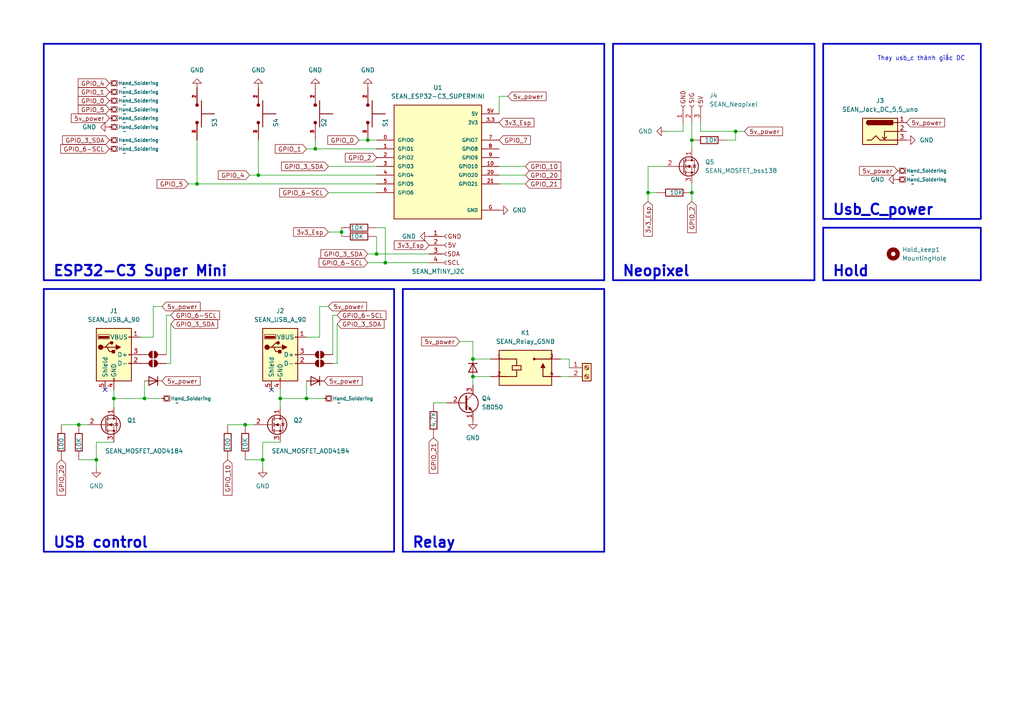
<source format=kicad_sch>
(kicad_sch (version 20231120) (generator "eeschema") (generator_version "8.0")
  (paper "A4")
  (title_block (title "HOMEKIT_TOOL") (date "2024-07-12") (rev "1.1.0"))
  (lib_symbols
    (symbol "Jumper:SolderJumper_2_Open" (pin_numbers hide) (pin_names (offset 0) hide) (exclude_from_sim yes) (in_bom no)
      (property "Reference" "JP" (at 0 2.032 0))
      (property "Value" "SolderJumper_2_Open" (at 0 -2.54 0))
      (symbol "SolderJumper_2_Open_0_1"
        (arc (start -0.254 1.016) (mid -1.2656 0) (end -0.254 -1.016))
        (arc (start -0.254 1.016) (mid -1.2656 0) (end -0.254 -1.016) (fill (type outline)))
        (polyline (pts (xy -0.254 1.016) (xy -0.254 -1.016)))
        (polyline (pts (xy 0.254 1.016) (xy 0.254 -1.016)))
        (arc (start 0.254 -1.016) (mid 1.2656 0) (end 0.254 1.016))
        (arc (start 0.254 -1.016) (mid 1.2656 0) (end 0.254 1.016) (fill (type outline)))
      )
      (symbol "SolderJumper_2_Open_1_1"
        (pin passive line (at -3.81 0 0) (length 2.54) (name "A") (number "1"))
        (pin passive line (at 3.81 0 180) (length 2.54) (name "B") (number "2"))
      )
    )
    (symbol "Library:GND" (power) (pin_numbers hide) (pin_names (offset 0) hide)
      (property "Value" "GND" (at 0 -3.81 0))
      (symbol "GND_0_1"
        (polyline (pts (xy 0 0) (xy 0 -1.27) (xy 1.27 -1.27) (xy 0 -2.54) (xy -1.27 -1.27) (xy 0 -1.27)))
      )
      (symbol "GND_1_1"
        (pin power_in line (at 0 0 270) (length 0) (name "~") (number "1"))
      )
    )
    (symbol "Library:MountingHole" (pin_names (offset 1.016)) (exclude_from_sim yes) (in_bom no)
      (property "Reference" "H" (at 0 5.08 0))
      (property "Value" "MountingHole" (at 0 3.175 0))
      (symbol "MountingHole_0_1"
        (circle (center 0 0) (radius 1.27) (stroke (width 1.27)))
      )
    )
    (symbol "Library:S8050" (pin_names (offset 0) hide)
      (property "Reference" "Q" (at 5.08 1.905 0))
      (property "Value" "S8050" (at 5.08 0 0))
      (symbol "S8050_0_1"
        (polyline (pts (xy 0 0) (xy 0.635 0)))
        (polyline (pts (xy 0.635 0.635) (xy 2.54 2.54)))
        (polyline (pts (xy 0.635 -0.635) (xy 2.54 -2.54) (xy 2.54 -2.54)))
        (polyline (pts (xy 0.635 1.905) (xy 0.635 -1.905) (xy 0.635 -1.905)) (stroke (width 0.508)))
        (polyline (pts (xy 1.27 -1.778) (xy 1.778 -1.27) (xy 2.286 -2.286) (xy 1.27 -1.778) (xy 1.27 -1.778)) (fill (type outline)))
        (circle (center 1.27 0) (radius 2.8194) (stroke (width 0.254)))
      )
      (symbol "S8050_1_1"
        (pin passive line (at 2.54 -5.08 90) (length 2.54) (name "E") (number "1"))
        (pin input line (at -5.08 0 0) (length 5.08) (name "B") (number "2"))
        (pin passive line (at 2.54 5.08 270) (length 2.54) (name "C") (number "3"))
      )
    )
    (symbol "Library:SEAN_Button_4.2x3.3_SMD_V1" (pin_names (offset 1.016))
      (property "Reference" "S" (at -5.08 6.35 0))
      (property "Value" "SEAN_Button_4.2x3.3_SMD_V1" (at -15.24 -5.08 0))
      (symbol "SEAN_Button_4.2x3.3_SMD_V1_0_0"
        (circle (center -2.54 0) (radius 0.254) (stroke (width 0.508)))
        (polyline (pts (xy -3.81 1.27) (xy 0 1.27)) (stroke (width 0.254)))
        (polyline (pts (xy 0 1.27) (xy 0 5.08)) (stroke (width 0.254)))
        (polyline (pts (xy 0 1.27) (xy 3.81 1.27)) (stroke (width 0.254)))
        (circle (center 2.54 0) (radius 0.254) (stroke (width 0.508)))
        (pin passive line (at -7.62 0 0) (length 5.08) (name "~") (number "1"))
        (pin passive line (at -7.62 0 0) (length 5.08) (name "~") (number "2"))
        (pin passive line (at 7.62 0 180) (length 5.08) (name "~") (number "3"))
        (pin passive line (at 7.62 0 180) (length 5.08) (name "~") (number "4"))
      )
    )
    (symbol "Library:SEAN_D" (pin_numbers hide) (pin_names (offset 1.016) hide)
      (property "Reference" "D" (at 0 2.54 0))
      (property "Value" "SEAN_D" (at 0 -2.54 0))
      (symbol "SEAN_D_0_1"
        (polyline (pts (xy -1.27 1.27) (xy -1.27 -1.27)) (stroke (width 0.254)))
        (polyline (pts (xy 1.27 0) (xy -1.27 0)))
        (polyline (pts (xy 1.27 1.27) (xy 1.27 -1.27) (xy -1.27 0) (xy 1.27 1.27)) (stroke (width 0.254)))
      )
      (symbol "SEAN_D_1_1"
        (pin passive line (at -2.54 0 0) (length 2.54) (name "K") (number "1"))
        (pin passive line (at 2.54 0 180) (length 2.54) (name "A") (number "2"))
      )
    )
    (symbol "Library:SEAN_ESP32-C3_SUPERMINI" (pin_names (offset 1.016))
      (property "Reference" "U" (at -12.7 16.002 0))
      (property "Value" "SEAN_ESP32-C3_SUPERMINI" (at -12.7 -20.32 0))
      (symbol "SEAN_ESP32-C3_SUPERMINI_0_0"
        (rectangle (start -12.7 15.24) (end 12.7 -17.78) (stroke (width 0.254)) (fill (type background)))
        (pin bidirectional line (at -17.78 5.08 0) (length 5.08) (name "GPIO0") (number "0"))
        (pin bidirectional line (at -17.78 2.54 0) (length 5.08) (name "GPIO1") (number "1"))
        (pin bidirectional line (at 17.78 -2.54 180) (length 5.08) (name "GPIO10") (number "10"))
        (pin bidirectional line (at -17.78 0 0) (length 5.08) (name "GPIO2") (number "2"))
        (pin bidirectional line (at 17.78 -5.08 180) (length 5.08) (name "GPIO20") (number "20"))
        (pin bidirectional line (at 17.78 -7.62 180) (length 5.08) (name "GPIO21") (number "21"))
        (pin bidirectional line (at -17.78 -2.54 0) (length 5.08) (name "GPIO3") (number "3"))
        (pin power_in line (at 17.78 10.16 180) (length 5.08) (name "3V3") (number "3.3"))
        (pin bidirectional line (at -17.78 -5.08 0) (length 5.08) (name "GPIO4") (number "4"))
        (pin bidirectional line (at -17.78 -7.62 0) (length 5.08) (name "GPIO5") (number "5"))
        (pin power_in line (at 17.78 12.7 180) (length 5.08) (name "5V") (number "5V"))
        (pin bidirectional line (at -17.78 -10.16 0) (length 5.08) (name "GPIO6") (number "6"))
        (pin bidirectional line (at 17.78 5.08 180) (length 5.08) (name "GPIO7") (number "7"))
        (pin bidirectional line (at 17.78 2.54 180) (length 5.08) (name "GPIO8") (number "8"))
        (pin bidirectional line (at 17.78 0 180) (length 5.08) (name "GPIO9") (number "9"))
        (pin power_in line (at 17.78 -15.24 180) (length 5.08) (name "GND") (number "G"))
      )
    )
    (symbol "Library:SEAN_Hand_Solderring"
      (property "Reference" "U" (at 0 1.27 0))
      (symbol "SEAN_Hand_Solderring_0_1"
        (rectangle (start -2.286 0.762) (end -0.508 -0.762))
      )
      (symbol "SEAN_Hand_Solderring_1_1"
        (pin passive inverted (at 0 0 180) (length 2) (name "Hand_Soldering") (number "1"))
      )
    )
    (symbol "Library:SEAN_MOSFET_AOD4184" (pin_names hide)
      (property "Reference" "Q" (at 5.08 1.905 0))
      (property "Value" "SEAN_MOSFET_AOD4184" (at 5.08 0 0))
      (symbol "SEAN_MOSFET_AOD4184_0_1"
        (polyline (pts (xy 0.254 0) (xy -2.54 0)))
        (polyline (pts (xy 0.254 1.905) (xy 0.254 -1.905)) (stroke (width 0.254)))
        (polyline (pts (xy 0.762 -1.27) (xy 0.762 -2.286)) (stroke (width 0.254)))
        (polyline (pts (xy 0.762 0.508) (xy 0.762 -0.508)) (stroke (width 0.254)))
        (polyline (pts (xy 0.762 2.286) (xy 0.762 1.27)) (stroke (width 0.254)))
        (polyline (pts (xy 2.54 2.54) (xy 2.54 1.778)))
        (polyline (pts (xy 2.54 -2.54) (xy 2.54 0) (xy 0.762 0)))
        (polyline (pts (xy 0.762 -1.778) (xy 3.302 -1.778) (xy 3.302 1.778) (xy 0.762 1.778)))
        (polyline (pts (xy 1.016 0) (xy 2.032 0.381) (xy 2.032 -0.381) (xy 1.016 0)) (fill (type outline)))
        (polyline (pts (xy 2.794 0.508) (xy 2.921 0.381) (xy 3.683 0.381) (xy 3.81 0.254)))
        (polyline (pts (xy 3.302 0.381) (xy 2.921 -0.254) (xy 3.683 -0.254) (xy 3.302 0.381)))
        (circle (center 1.651 0) (radius 2.794) (stroke (width 0.254)))
        (circle (center 2.54 -1.778) (radius 0.254) (fill (type outline)))
        (circle (center 2.54 1.778) (radius 0.254) (fill (type outline)))
      )
      (symbol "SEAN_MOSFET_AOD4184_1_1"
        (pin passive line (at 2.54 5.08 270) (length 2.54) (name "D") (number "1"))
        (pin input line (at -5.08 0 0) (length 2.54) (name "G") (number "2"))
        (pin passive line (at 2.54 -5.08 90) (length 2.54) (name "S") (number "3"))
      )
    )
    (symbol "Library:SEAN_MOSFET_bss138" (pin_names hide)
      (property "Reference" "Q" (at 5.08 1.905 0))
      (property "Value" "SEAN_MOSFET_bss138" (at 5.08 0 0))
      (symbol "SEAN_MOSFET_bss138_0_1"
        (polyline (pts (xy 0.254 0) (xy -2.54 0)))
        (polyline (pts (xy 0.254 1.905) (xy 0.254 -1.905)) (stroke (width 0.254)))
        (polyline (pts (xy 0.762 -1.27) (xy 0.762 -2.286)) (stroke (width 0.254)))
        (polyline (pts (xy 0.762 0.508) (xy 0.762 -0.508)) (stroke (width 0.254)))
        (polyline (pts (xy 0.762 2.286) (xy 0.762 1.27)) (stroke (width 0.254)))
        (polyline (pts (xy 2.54 2.54) (xy 2.54 1.778)))
        (polyline (pts (xy 2.54 -2.54) (xy 2.54 0) (xy 0.762 0)))
        (polyline (pts (xy 0.762 -1.778) (xy 3.302 -1.778) (xy 3.302 1.778) (xy 0.762 1.778)))
        (polyline (pts (xy 1.016 0) (xy 2.032 0.381) (xy 2.032 -0.381) (xy 1.016 0)) (fill (type outline)))
        (polyline (pts (xy 2.794 0.508) (xy 2.921 0.381) (xy 3.683 0.381) (xy 3.81 0.254)))
        (polyline (pts (xy 3.302 0.381) (xy 2.921 -0.254) (xy 3.683 -0.254) (xy 3.302 0.381)))
        (circle (center 1.651 0) (radius 2.794) (stroke (width 0.254)))
        (circle (center 2.54 -1.778) (radius 0.254) (fill (type outline)))
        (circle (center 2.54 1.778) (radius 0.254) (fill (type outline)))
      )
      (symbol "SEAN_MOSFET_bss138_1_1"
        (pin passive line (at 2.54 5.08 270) (length 2.54) (name "D") (number "1"))
        (pin input line (at -5.08 0 0) (length 2.54) (name "G") (number "2"))
        (pin passive line (at 2.54 -5.08 90) (length 2.54) (name "S") (number "3"))
      )
    )
    (symbol "Library:SEAN_MTINY_I2C" (pin_names (offset 1.016) hide)
      (property "Reference" "J" (at 0 5.08 0))
      (property "Value" "SEAN_MTINY_I2C" (at 0 -7.62 0))
      (symbol "SEAN_MTINY_I2C_1_1"
        (arc (start 0 -4.572) (mid -0.5058 -5.08) (end 0 -5.588) (stroke (width 0.1524)))
        (arc (start 0 -2.032) (mid -0.5058 -2.54) (end 0 -3.048) (stroke (width 0.1524)))
        (polyline (pts (xy -1.27 -5.08) (xy -0.508 -5.08)) (stroke (width 0.1524)))
        (polyline (pts (xy -1.27 -2.54) (xy -0.508 -2.54)) (stroke (width 0.1524)))
        (polyline (pts (xy -1.27 0) (xy -0.508 0)) (stroke (width 0.1524)))
        (polyline (pts (xy -1.27 2.54) (xy -0.508 2.54)) (stroke (width 0.1524)))
        (arc (start 0 0.508) (mid -0.5058 0) (end 0 -0.508) (stroke (width 0.1524)))
        (arc (start 0 3.048) (mid -0.5058 2.54) (end 0 2.032) (stroke (width 0.1524)))
        (text "5V\n" (at 1.524 0 0) (effects (font (size 1.27 1.27))))
        (text "GND\n" (at 2.286 2.54 0) (effects (font (size 1.27 1.27))))
        (text "SCL" (at 2.032 -5.08 0) (effects (font (size 1.27 1.27))))
        (text "SDA\n" (at 2.032 -2.54 0) (effects (font (size 1.27 1.27))))
        (pin passive line (at -5.08 2.54 0) (length 3.81) (name "GND") (number "1"))
        (pin passive line (at -5.08 0 0) (length 3.81) (name "5V") (number "2"))
        (pin passive line (at -5.08 -2.54 0) (length 3.81) (name "SDA") (number "3"))
        (pin passive line (at -5.08 -5.08 0) (length 3.81) (name "SCL") (number "4"))
      )
    )
    (symbol "Library:SEAN_Mtiny_Terminal_3.81" (pin_names (offset 1.016) hide)
      (property "Reference" "J" (at 0 2.54 0))
      (property "Value" "SEAN_Mtiny_Terminal_3.81" (at 0 -5.08 0))
      (symbol "SEAN_Mtiny_Terminal_3.81_1_1"
        (rectangle (start -1.27 1.27) (end 1.27 -3.81) (stroke (width 0.254)) (fill (type background)))
        (circle (center 0 -2.54) (radius 0.635) (stroke (width 0.1524)))
        (polyline (pts (xy -0.5334 -2.2098) (xy 0.3302 -3.048)) (stroke (width 0.1524)))
        (polyline (pts (xy -0.5334 0.3302) (xy 0.3302 -0.508)) (stroke (width 0.1524)))
        (polyline (pts (xy -0.3556 -2.032) (xy 0.508 -2.8702)) (stroke (width 0.1524)))
        (polyline (pts (xy -0.3556 0.508) (xy 0.508 -0.3302)) (stroke (width 0.1524)))
        (circle (center 0 0) (radius 0.635) (stroke (width 0.1524)))
        (pin passive line (at -5.08 0 0) (length 3.81) (name "Pin_1") (number "1"))
        (pin passive line (at -5.08 -2.54 0) (length 3.81) (name "Pin_2") (number "2"))
      )
    )
    (symbol "Library:SEAN_Neopixel" (pin_names (offset 1.016) hide)
      (property "Reference" "J" (at 0 5.08 0))
      (property "Value" "SEAN_Neopixel" (at -0.254 0.254 0))
      (symbol "SEAN_Neopixel_1_1"
        (arc (start 0 -2.032) (mid -0.5058 -2.54) (end 0 -3.048) (stroke (width 0.1524)))
        (polyline (pts (xy -1.27 -2.54) (xy -0.508 -2.54)) (stroke (width 0.1524)))
        (polyline (pts (xy -1.27 0) (xy -0.508 0)) (stroke (width 0.1524)))
        (polyline (pts (xy -1.27 2.54) (xy -0.508 2.54)) (stroke (width 0.1524)))
        (arc (start 0 0.508) (mid -0.5058 0) (end 0 -0.508) (stroke (width 0.1524)))
        (arc (start 0 3.048) (mid -0.5058 2.54) (end 0 2.032) (stroke (width 0.1524)))
        (text "5V\n" (at 1.524 -2.54 0) (effects (font (size 1.27 1.27))))
        (text "GND\n" (at 2.286 2.54 0) (effects (font (size 1.27 1.27))))
        (text "SIG" (at 2.032 0 0) (effects (font (size 1.27 1.27))))
        (pin passive line (at -5.08 2.54 0) (length 3.81) (name "GND") (number "1"))
        (pin passive line (at -5.08 0 0) (length 3.81) (name "5V") (number "2"))
        (pin passive line (at -5.08 -2.54 0) (length 3.81) (name "SDA") (number "3"))
      )
    )
    (symbol "Library:SEAN_R" (pin_numbers hide) (pin_names (offset 0))
      (property "Reference" "R" (at 0 0 90))
      (property "Value" "R" (at 0 0 90))
      (symbol "SEAN_R_0_1"
        (rectangle (start -1.016 2.54) (end 1.016 -2.54) (stroke (width 0.254)))
      )
      (symbol "SEAN_R_1_1"
        (pin passive line (at 0 5.08 270) (length 2.5) (name "~") (number "1"))
        (pin passive line (at 0 -5.08 90) (length 2.5) (name "~") (number "2"))
      )
    )
    (symbol "Library:SEAN_Relay_G5NB" (pin_names (offset 1.016))
      (property "Reference" "K" (at -7.62 6.35 0))
      (property "Value" "SEAN_Relay_G5NB" (at -7.62 -7.62 0))
      (symbol "SEAN_Relay_G5NB_0_0"
        (rectangle (start -7.62 5.08) (end 7.62 -5.08) (stroke (width 0.254)) (fill (type background)))
        (polyline (pts (xy -7.62 -2.54) (xy -2.54 -2.54)) (stroke (width 0.254)))
        (polyline (pts (xy -7.62 2.54) (xy -2.54 2.54)) (stroke (width 0.254)))
        (polyline (pts (xy -3.81 -0.635) (xy -3.81 0.635)) (stroke (width 0.254)))
        (polyline (pts (xy -3.81 0.635) (xy -2.54 0.635)) (stroke (width 0.254)))
        (polyline (pts (xy -2.54 -0.635) (xy -3.81 -0.635)) (stroke (width 0.254)))
        (polyline (pts (xy -2.54 -0.635) (xy -2.54 -2.54)) (stroke (width 0.254)))
        (polyline (pts (xy -2.54 0.635) (xy -1.27 0.635)) (stroke (width 0.254)))
        (polyline (pts (xy -2.54 2.54) (xy -2.54 0.635)) (stroke (width 0.254)))
        (polyline (pts (xy -1.27 -0.635) (xy -2.54 -0.635)) (stroke (width 0.254)))
        (polyline (pts (xy -1.27 0.635) (xy -1.27 -0.635)) (stroke (width 0.254)))
        (polyline (pts (xy 5.08 -2.54) (xy 5.08 0)) (stroke (width 0.254)))
        (polyline (pts (xy 7.62 -2.54) (xy 5.08 -2.54)) (stroke (width 0.254)))
        (polyline (pts (xy 7.62 2.54) (xy 2.54 2.54)) (stroke (width 0.254)))
        (polyline (pts (xy 4.445 0) (xy 5.715 0) (xy 5.08 1.27) (xy 4.445 0)) (stroke (width 0.1524)) (fill (type outline)))
        (circle (center 2.54 2.54) (radius 0.254) (stroke (width 0.254)))
        (pin passive line (at -10.16 2.54 0) (length 5.08) (name "~") (number "1"))
        (pin passive line (at -10.16 -2.54 0) (length 5.08) (name "~") (number "2"))
        (pin passive line (at 10.16 2.54 180) (length 5.08) (name "~") (number "3"))
        (pin passive line (at 10.16 -2.54 180) (length 5.08) (name "~") (number "4"))
      )
    )
    (symbol "Library:SEAN_USB_A_90" (pin_names (offset 1.016))
      (property "Reference" "J" (at -5.08 11.43 0))
      (property "Value" "SEAN_USB_A_90" (at -5.08 8.89 0))
      (symbol "SEAN_USB_A_90_0_1"
        (rectangle (start -5.08 -7.62) (end 5.08 7.62) (stroke (width 0.254)) (fill (type background)))
        (circle (center -3.81 2.159) (radius 0.635) (stroke (width 0.254)) (fill (type outline)))
        (rectangle (start -1.524 4.826) (end -4.318 5.334) (fill (type outline)))
        (rectangle (start -1.27 4.572) (end -4.572 5.842))
        (circle (center -0.635 3.429) (radius 0.381) (stroke (width 0.254)) (fill (type outline)))
        (rectangle (start -0.127 -7.62) (end 0.127 -6.858))
        (polyline (pts (xy -3.175 2.159) (xy -2.54 2.159) (xy -1.27 3.429) (xy -0.635 3.429)) (stroke (width 0.254)))
        (polyline (pts (xy -2.54 2.159) (xy -1.905 2.159) (xy -1.27 0.889) (xy 0 0.889)) (stroke (width 0.254)))
        (polyline (pts (xy 0.635 2.794) (xy 0.635 1.524) (xy 1.905 2.159) (xy 0.635 2.794)) (stroke (width 0.254)) (fill (type outline)))
        (rectangle (start 0.254 1.27) (end -0.508 0.508) (stroke (width 0.254)) (fill (type outline)))
        (rectangle (start 5.08 -2.667) (end 4.318 -2.413))
        (rectangle (start 5.08 -0.127) (end 4.318 0.127))
        (rectangle (start 5.08 4.953) (end 4.318 5.207))
      )
      (symbol "SEAN_USB_A_90_1_1"
        (polyline (pts (xy -1.905 2.159) (xy 0.635 2.159)) (stroke (width 0.254)))
        (pin power_in line (at 7.62 5.08 180) (length 2.54) (name "VBUS") (number "1"))
        (pin bidirectional line (at 7.62 -2.54 180) (length 2.54) (name "D-") (number "2"))
        (pin bidirectional line (at 7.62 0 180) (length 2.54) (name "D+") (number "3"))
        (pin power_in line (at 0 -10.16 90) (length 2.54) (name "GND") (number "4"))
        (pin passive line (at -2.54 -10.16 90) (length 2.54) (name "Shield") (number "5"))
      )
    )
    (symbol "SEAN_POWER:SEAN_Jack_DC_5,5_uno" (pin_names hide)
      (property "Reference" "J" (at 0 5.334 0))
      (property "Value" "SEAN_Jack_DC_5,5_uno" (at 0 -5.08 0))
      (symbol "SEAN_Jack_DC_5,5_uno_0_1"
        (rectangle (start -5.08 3.81) (end 5.08 -3.81) (stroke (width 0.254)) (fill (type background)))
        (arc (start -3.302 3.175) (mid -3.9343 2.54) (end -3.302 1.905) (stroke (width 0.254)))
        (arc (start -3.302 3.175) (mid -3.9343 2.54) (end -3.302 1.905) (stroke (width 0.254)) (fill (type outline)))
        (polyline (pts (xy 1.27 -2.286) (xy 1.905 -1.651)) (stroke (width 0.254)))
        (polyline (pts (xy 5.08 2.54) (xy 3.81 2.54)) (stroke (width 0.254)))
        (polyline (pts (xy 5.08 0) (xy 1.27 0) (xy 1.27 -2.286) (xy 0.635 -1.651)) (stroke (width 0.254)))
        (polyline (pts (xy -3.81 -2.54) (xy -2.54 -2.54) (xy -1.27 -1.27) (xy 0 -2.54) (xy 2.54 -2.54) (xy 5.08 -2.54)) (stroke (width 0.254)))
        (rectangle (start 3.683 3.175) (end -3.302 1.905) (stroke (width 0.254)) (fill (type outline)))
      )
      (symbol "SEAN_Jack_DC_5,5_uno_1_1"
        (pin passive line (at 7.62 2.54 180) (length 2.54) (name "~") (number "1"))
        (pin passive line (at 7.62 0 180) (length 2.54) (name "~") (number "2"))
        (pin passive line (at 7.62 -2.54 180) (length 2.54) (name "~") (number "3"))
      )
    )
  )
  (junction (at 109.22 73.66))
  (junction (at 200.66 40.64))
  (junction (at 33.02 115.57))
  (junction (at 213.36 38.1))
  (junction (at 71.12 123.19))
  (junction (at 106.68 40.64))
  (junction (at 81.28 115.57))
  (junction (at 41.91 115.57))
  (junction (at 137.16 109.22))
  (junction (at 91.44 43.18))
  (junction (at 74.93 50.8))
  (junction (at 76.2 133.35))
  (junction (at 137.16 104.14))
  (junction (at 99.06 67.31))
  (junction (at 88.9 115.57))
  (junction (at 57.15 53.34))
  (junction (at 111.76 76.2))
  (junction (at 27.94 133.35))
  (junction (at 22.86 123.19))
  (junction (at 187.96 55.88))
  (junction (at 200.66 55.88))
  (no_connect (at 30.48 113.03))
  (no_connect (at 78.74 113.03))
  (wire (pts (xy 92.71 88.9) (xy 92.71 97.79)))
  (wire (pts (xy 72.39 50.8) (xy 74.93 50.8)))
  (wire (pts (xy 137.16 111.76) (xy 137.16 109.22)))
  (wire (pts (xy 33.02 115.57) (xy 41.91 115.57)))
  (wire (pts (xy 88.9 97.79) (xy 92.71 97.79)))
  (wire (pts (xy 200.66 40.64) (xy 200.66 43.18)))
  (wire (pts (xy 91.44 43.18) (xy 109.22 43.18)))
  (wire (pts (xy 95.25 48.26) (xy 109.22 48.26)))
  (wire (pts (xy 210.82 40.64) (xy 213.36 40.64)))
  (wire (pts (xy 96.52 91.44) (xy 96.52 102.87)))
  (wire (pts (xy 27.94 128.27) (xy 33.02 128.27)))
  (wire (pts (xy 111.76 66.04) (xy 111.76 76.2)))
  (wire (pts (xy 97.79 93.98) (xy 97.79 105.41)))
  (wire (pts (xy 33.02 115.57) (xy 33.02 118.11)))
  (wire (pts (xy 95.25 88.9) (xy 92.71 88.9)))
  (wire (pts (xy 81.28 115.57) (xy 88.9 115.57)))
  (wire (pts (xy 133.35 99.06) (xy 137.16 99.06)))
  (wire (pts (xy 152.4 50.8) (xy 144.78 50.8)))
  (wire (pts (xy 71.12 123.19) (xy 73.66 123.19)))
  (wire (pts (xy 97.79 91.44) (xy 96.52 91.44)))
  (wire (pts (xy 187.96 48.26) (xy 193.04 48.26)))
  (wire (pts (xy 187.96 58.42) (xy 187.96 55.88)))
  (wire (pts (xy 54.61 53.34) (xy 57.15 53.34)))
  (wire (pts (xy 81.28 113.03) (xy 81.28 115.57)))
  (wire (pts (xy 76.2 133.35) (xy 76.2 128.27)))
  (wire (pts (xy 22.86 133.35) (xy 27.94 133.35)))
  (wire (pts (xy 152.4 48.26) (xy 144.78 48.26)))
  (wire (pts (xy 76.2 128.27) (xy 81.28 128.27)))
  (wire (pts (xy 33.02 113.03) (xy 33.02 115.57)))
  (wire (pts (xy 99.06 66.04) (xy 99.06 67.31)))
  (wire (pts (xy 187.96 55.88) (xy 190.5 55.88)))
  (wire (pts (xy 88.9 115.57) (xy 93.98 115.57)))
  (wire (pts (xy 44.45 97.79) (xy 40.64 97.79)))
  (wire (pts (xy 106.68 40.64) (xy 109.22 40.64)))
  (wire (pts (xy 49.53 91.44) (xy 48.26 91.44)))
  (wire (pts (xy 44.45 88.9) (xy 46.99 88.9)))
  (wire (pts (xy 71.12 133.35) (xy 76.2 133.35)))
  (wire (pts (xy 165.1 104.14) (xy 162.56 104.14)))
  (wire (pts (xy 48.26 105.41) (xy 49.53 105.41)))
  (wire (pts (xy 95.25 55.88) (xy 109.22 55.88)))
  (wire (pts (xy 48.26 91.44) (xy 48.26 102.87)))
  (wire (pts (xy 200.66 58.42) (xy 200.66 55.88)))
  (wire (pts (xy 200.66 35.56) (xy 200.66 40.64)))
  (wire (pts (xy 200.66 55.88) (xy 200.66 53.34)))
  (wire (pts (xy 76.2 133.35) (xy 76.2 135.89)))
  (wire (pts (xy 144.78 27.94) (xy 144.78 33.02)))
  (wire (pts (xy 99.06 67.31) (xy 99.06 68.58)))
  (wire (pts (xy 88.9 110.49) (xy 88.9 115.57)))
  (wire (pts (xy 95.25 67.31) (xy 99.06 67.31)))
  (wire (pts (xy 44.45 88.9) (xy 44.45 97.79)))
  (wire (pts (xy 203.2 38.1) (xy 203.2 35.56)))
  (wire (pts (xy 152.4 53.34) (xy 144.78 53.34)))
  (wire (pts (xy 187.96 48.26) (xy 187.96 55.88)))
  (wire (pts (xy 198.12 38.1) (xy 198.12 35.56)))
  (wire (pts (xy 57.15 53.34) (xy 109.22 53.34)))
  (wire (pts (xy 91.44 40.64) (xy 91.44 43.18)))
  (wire (pts (xy 57.15 40.64) (xy 57.15 53.34)))
  (wire (pts (xy 81.28 115.57) (xy 81.28 118.11)))
  (wire (pts (xy 41.91 115.57) (xy 46.99 115.57)))
  (wire (pts (xy 27.94 128.27) (xy 27.94 133.35)))
  (wire (pts (xy 215.9 38.1) (xy 213.36 38.1)))
  (wire (pts (xy 111.76 76.2) (xy 124.46 76.2)))
  (wire (pts (xy 213.36 38.1) (xy 203.2 38.1)))
  (wire (pts (xy 17.78 123.19) (xy 22.86 123.19)))
  (wire (pts (xy 109.22 68.58) (xy 109.22 73.66)))
  (wire (pts (xy 106.68 76.2) (xy 111.76 76.2)))
  (wire (pts (xy 109.22 66.04) (xy 111.76 66.04)))
  (wire (pts (xy 162.56 109.22) (xy 165.1 109.22)))
  (wire (pts (xy 27.94 133.35) (xy 27.94 135.89)))
  (wire (pts (xy 41.91 115.57) (xy 41.91 110.49)))
  (wire (pts (xy 125.73 116.84) (xy 129.54 116.84)))
  (wire (pts (xy 109.22 73.66) (xy 124.46 73.66)))
  (wire (pts (xy 137.16 99.06) (xy 137.16 104.14)))
  (wire (pts (xy 22.86 123.19) (xy 25.4 123.19)))
  (wire (pts (xy 193.04 38.1) (xy 198.12 38.1)))
  (wire (pts (xy 49.53 93.98) (xy 49.53 105.41)))
  (wire (pts (xy 137.16 109.22) (xy 142.24 109.22)))
  (wire (pts (xy 104.14 40.64) (xy 106.68 40.64)))
  (wire (pts (xy 165.1 106.68) (xy 165.1 104.14)))
  (wire (pts (xy 66.04 123.19) (xy 71.12 123.19)))
  (wire (pts (xy 96.52 105.41) (xy 97.79 105.41)))
  (wire (pts (xy 74.93 50.8) (xy 109.22 50.8)))
  (wire (pts (xy 213.36 40.64) (xy 213.36 38.1)))
  (wire (pts (xy 144.78 27.94) (xy 147.32 27.94)))
  (wire (pts (xy 88.9 43.18) (xy 91.44 43.18)))
  (wire (pts (xy 106.68 73.66) (xy 109.22 73.66)))
  (wire (pts (xy 137.16 104.14) (xy 142.24 104.14)))
  (wire (pts (xy 74.93 40.64) (xy 74.93 50.8)))
  (rectangle (start 238.76 12.7) (end 284.48 63.5) (stroke (width 0.5)))
  (rectangle (start 238.76 66.04) (end 284.48 81.28) (stroke (width 0.5)))
  (rectangle (start 12.7 83.82) (end 114.3 160.02) (stroke (width 0.5)))
  (rectangle (start 12.7 12.7) (end 175.26 81.28) (stroke (width 0.5)))
  (rectangle (start 116.84 83.82) (end 175.26 160.02) (stroke (width 0.5)))
  (rectangle (start 177.8 12.7) (end 236.22 81.28) (stroke (width 0.5)))
  (text "Relay" (at 119.38 157.48 0) (effects (font (size 3 3) (thickness 0.6) (bold yes)) (justify left)))
  (text "ESP32-C3 Super Mini\n" (at 15.24 78.74 0) (effects (font (size 3 3) (thickness 0.6) (bold yes)) (justify left)))
  (text "Thay usb_c thành giắc DC\n" (at 267.208 17.018 0) (effects (font (size 1.27 1.27))))
  (text "Hold\n" (at 241.3 78.74 0) (effects (font (size 3 3) (thickness 0.6) (bold yes)) (justify left)))
  (text "Usb_C_power" (at 241.3 60.96 0) (effects (font (size 3 3) (thickness 0.6) (bold yes)) (justify left)))
  (text "Neopixel" (at 180.34 78.74 0) (effects (font (size 3 3) (thickness 0.6) (bold yes)) (justify left)))
  (text "USB control" (at 15.24 157.48 0) (effects (font (size 3 3) (thickness 0.6) (bold yes)) (justify left)))
  (global_label "GPIO_6-SCL" (shape input) (at 31.75 43.18 180) (property "Intersheetrefs" "${INTERSHEET_REFS}" (effects (hide yes))))
  (global_label "GPIO_5" (shape input) (at 54.61 53.34 180) (property "Intersheetrefs" "${INTERSHEET_REFS}" (effects (hide yes))))
  (global_label "GPIO_0" (shape input) (at 104.14 40.64 180) (property "Intersheetrefs" "${INTERSHEET_REFS}" (effects (hide yes))))
  (global_label "GPIO_4" (shape input) (at 31.75 24.13 180) (property "Intersheetrefs" "${INTERSHEET_REFS}" (effects (hide yes))))
  (global_label "GPIO_3_SDA" (shape input) (at 31.75 40.64 180) (property "Intersheetrefs" "${INTERSHEET_REFS}" (effects (hide yes))))
  (global_label "GPIO_21" (shape input) (at 152.4 53.34 0) (property "Intersheetrefs" "${INTERSHEET_REFS}" (effects (hide yes))))
  (global_label "GPIO_10" (shape input) (at 152.4 48.26 0) (property "Intersheetrefs" "${INTERSHEET_REFS}" (effects (hide yes))))
  (global_label "5v_power" (shape input) (at 215.9 38.1 0) (property "Intersheetrefs" "${INTERSHEET_REFS}" (effects (hide yes))))
  (global_label "GPIO_2" (shape input) (at 200.66 58.42 270) (property "Intersheetrefs" "${INTERSHEET_REFS}" (effects (hide yes))))
  (global_label "5v_power" (shape input) (at 93.98 110.49 0) (property "Intersheetrefs" "${INTERSHEET_REFS}" (effects (hide yes))))
  (global_label "GPIO_0" (shape input) (at 31.75 29.21 180) (property "Intersheetrefs" "${INTERSHEET_REFS}" (effects (hide yes))))
  (global_label "5v_power" (shape input) (at 133.35 99.06 180) (property "Intersheetrefs" "${INTERSHEET_REFS}" (effects (hide yes))))
  (global_label "GPIO_1" (shape input) (at 88.9 43.18 180) (property "Intersheetrefs" "${INTERSHEET_REFS}" (effects (hide yes))))
  (global_label "5v_power" (shape input) (at 147.32 27.94 0) (property "Intersheetrefs" "${INTERSHEET_REFS}" (effects (hide yes))))
  (global_label "GPIO_10" (shape input) (at 66.04 133.35 270) (property "Intersheetrefs" "${INTERSHEET_REFS}" (effects (hide yes))))
  (global_label "5v_power" (shape input) (at 260.35 49.53 180) (property "Intersheetrefs" "${INTERSHEET_REFS}" (effects (hide yes))))
  (global_label "3v3_Esp" (shape input) (at 124.46 71.12 180) (property "Intersheetrefs" "${INTERSHEET_REFS}" (effects (hide yes))))
  (global_label "GPIO_20" (shape input) (at 152.4 50.8 0) (property "Intersheetrefs" "${INTERSHEET_REFS}" (effects (hide yes))))
  (global_label "5v_power" (shape input) (at 31.75 34.29 180) (property "Intersheetrefs" "${INTERSHEET_REFS}" (effects (hide yes))))
  (global_label "GPIO_6-SCL" (shape input) (at 95.25 55.88 180) (property "Intersheetrefs" "${INTERSHEET_REFS}" (effects (hide yes))))
  (global_label "GPIO_20" (shape input) (at 17.78 133.35 270) (property "Intersheetrefs" "${INTERSHEET_REFS}" (effects (hide yes))))
  (global_label "GPIO_3_SDA" (shape input) (at 106.68 73.66 180) (property "Intersheetrefs" "${INTERSHEET_REFS}" (effects (hide yes))))
  (global_label "GPIO_6-SCL" (shape input) (at 97.79 91.44 0) (property "Intersheetrefs" "${INTERSHEET_REFS}" (effects (hide yes))))
  (global_label "5v_power" (shape input) (at 46.99 88.9 0) (property "Intersheetrefs" "${INTERSHEET_REFS}" (effects (hide yes))))
  (global_label "GPIO_2" (shape input) (at 109.22 45.72 180) (property "Intersheetrefs" "${INTERSHEET_REFS}" (effects (hide yes))))
  (global_label "3v3_Esp" (shape input) (at 95.25 67.31 180) (property "Intersheetrefs" "${INTERSHEET_REFS}" (effects (hide yes))))
  (global_label "3v3_Esp" (shape input) (at 187.96 58.42 270) (property "Intersheetrefs" "${INTERSHEET_REFS}" (effects (hide yes))))
  (global_label "GPIO_1" (shape input) (at 31.75 26.67 180) (property "Intersheetrefs" "${INTERSHEET_REFS}" (effects (hide yes))))
  (global_label "5v_power" (shape input) (at 46.99 110.49 0) (property "Intersheetrefs" "${INTERSHEET_REFS}" (effects (hide yes))))
  (global_label "GPIO_4" (shape input) (at 72.39 50.8 180) (property "Intersheetrefs" "${INTERSHEET_REFS}" (effects (hide yes))))
  (global_label "GPIO_3_SDA" (shape input) (at 97.79 93.98 0) (property "Intersheetrefs" "${INTERSHEET_REFS}" (effects (hide yes))))
  (global_label "GPIO_7" (shape input) (at 144.78 40.64 0) (property "Intersheetrefs" "${INTERSHEET_REFS}" (effects (hide yes))))
  (global_label "GPIO_3_SDA" (shape input) (at 95.25 48.26 180) (property "Intersheetrefs" "${INTERSHEET_REFS}" (effects (hide yes))))
  (global_label "GPIO_6-SCL" (shape input) (at 49.53 91.44 0) (property "Intersheetrefs" "${INTERSHEET_REFS}" (effects (hide yes))))
  (global_label "GPIO_6-SCL" (shape input) (at 106.68 76.2 180) (property "Intersheetrefs" "${INTERSHEET_REFS}" (effects (hide yes))))
  (global_label "GPIO_5" (shape input) (at 31.75 31.75 180) (property "Intersheetrefs" "${INTERSHEET_REFS}" (effects (hide yes))))
  (global_label "GPIO_21" (shape input) (at 125.73 127 270) (property "Intersheetrefs" "${INTERSHEET_REFS}" (effects (hide yes))))
  (global_label "5v_power" (shape input) (at 262.89 35.56 0) (property "Intersheetrefs" "${INTERSHEET_REFS}" (effects (hide yes))))
  (global_label "3v3_Esp" (shape input) (at 144.78 35.56 0) (property "Intersheetrefs" "${INTERSHEET_REFS}" (effects (hide yes))))
  (global_label "GPIO_3_SDA" (shape input) (at 49.53 93.98 0) (property "Intersheetrefs" "${INTERSHEET_REFS}" (effects (hide yes))))
  (global_label "5v_power" (shape input) (at 95.25 88.9 0) (property "Intersheetrefs" "${INTERSHEET_REFS}" (effects (hide yes))))
  (symbol (lib_id "Library:GND") (at 137.16 121.92 0) (unit 1)
    (property "Reference" "#PWR011" (effects (hide yes)))
    (property "Value" "GND" (at 137.16 127 0))
    (property "Description" "Power symbol creates a global label with name \"GND\" , ground" (effects (hide yes)))
  )
  (symbol (lib_id "Library:GND") (at 124.46 68.58 270) (unit 1)
    (property "Reference" "#PWR08" (effects (hide yes)))
    (property "Value" "GND" (at 120.65 68.5799 90) (effects (justify right)))
    (property "Description" "Power symbol creates a global label with name \"GND\" , ground" (effects (hide yes)))
  )
  (symbol (lib_id "Library:SEAN_Hand_Solderring") (at 260.35 49.53 180) (unit 1)
    (property "Reference" "U5" (effects (hide yes)))
    (property "Value" "~" (at 264.16 50.8 0) (effects (justify right)))
    (property "Footprint" "SEAN_connect:SEAN_Hand_Solderring" (effects (hide yes)))
  )
  (symbol (lib_id "Library:SEAN_D") (at 44.45 110.49 180) (unit 1)
    (property "Reference" "D1" (effects (hide yes)))
    (property "Value" "SEAN_D" (effects (hide yes)))
    (property "Footprint" "SEAN_Device_sym:SEAN_Diode_1N4007" (effects (hide yes)))
    (property "Description" "Diode" (effects (hide yes)))
    (property "Sim.Device" "D" (effects (hide yes)))
    (property "Sim.Pins" "1=K 2=A" (effects (hide yes)))
  )
  (symbol (lib_id "Library:SEAN_Button_4.2x3.3_SMD_V1") (at 106.68 33.02 270) (unit 1)
    (property "Reference" "S1" (at 111.76 35.56 0))
    (property "Value" "SEAN_Button_4.2x3.3_SMD_V1" (effects (hide yes)))
    (property "Footprint" "SEAN_Device_sym:SEAN_Button_4.2x3.3_SMD_V1" (effects (hide yes)))
    (property "Description" "\nSwitch Tactile N.O. SPST Button J-Bend 0.05A 16VDC 1.57N SMD Automotive T/R\n" (effects (hide yes)))
    (property "MF" "ALPS" (effects (hide yes)))
    (property "MAXIMUM_PACKAGE_HEIGHT" "2.5 mm" (effects (hide yes)))
    (property "Package" "None" (effects (hide yes)))
    (property "Price" "None" (effects (hide yes)))
    (property "Check_prices" "https://www.snapeda.com/parts/SKRPABE010/ALPS/view-part/?ref=eda" (effects (hide yes)))
    (property "STANDARD" "Manufacturer Recommendations" (effects (hide yes)))
    (property "SnapEDA_Link" "https://www.snapeda.com/parts/SKRPABE010/ALPS/view-part/?ref=snap" (effects (hide yes)))
    (property "MP" "SKRPABE010" (effects (hide yes)))
    (property "Purchase-URL" "https://www.snapeda.com/api/url_track_click_mouser/?unipart_id=652544&manufacturer=ALPS&part_name=SKRPABE010&search_term=None" (effects (hide yes)))
    (property "Availability" "In Stock" (effects (hide yes)))
    (property "MANUFACTURER" "Alps" (effects (hide yes)))
  )
  (symbol (lib_id "Library:GND") (at 57.15 25.4 180) (unit 1)
    (property "Reference" "#PWR01" (effects (hide yes)))
    (property "Value" "GND" (at 57.15 20.32 0))
    (property "Description" "Power symbol creates a global label with name \"GND\" , ground" (effects (hide yes)))
  )
  (symbol (lib_id "Library:SEAN_Hand_Solderring") (at 31.75 29.21 180) (unit 1)
    (property "Reference" "U6" (effects (hide yes)))
    (property "Value" "~" (at 35.56 30.48 0) (effects (justify right)))
    (property "Footprint" "SEAN_connect:SEAN_Hand_Solderring" (effects (hide yes)))
  )
  (symbol (lib_id "Library:GND") (at 193.04 38.1 270) (unit 1)
    (property "Reference" "#PWR09" (effects (hide yes)))
    (property "Value" "GND" (at 189.23 38.0999 90) (effects (justify right)))
    (property "Description" "Power symbol creates a global label with name \"GND\" , ground" (effects (hide yes)))
  )
  (symbol (lib_id "Library:SEAN_R") (at 205.74 40.64 90) (unit 1)
    (property "Reference" "R9" (effects (hide yes)))
    (property "Value" "10K" (at 208.28 40.64 90) (effects (justify left)))
    (property "Footprint" "Resistor_SMD:R_0603_1608Metric_Pad0.98x0.95mm_HandSolder" (effects (hide yes)))
    (property "Description" "Resistor" (effects (hide yes)))
  )
  (symbol (lib_id "Library:SEAN_Button_4.2x3.3_SMD_V1") (at 57.15 33.02 270) (unit 1)
    (property "Reference" "S3" (at 62.23 35.56 0))
    (property "Value" "SEAN_Button_4.2x3.3_SMD_V1" (effects (hide yes)))
    (property "Footprint" "SEAN_Device_sym:SEAN_Button_4.2x3.3_SMD_V1" (effects (hide yes)))
    (property "Description" "\nSwitch Tactile N.O. SPST Button J-Bend 0.05A 16VDC 1.57N SMD Automotive T/R\n" (effects (hide yes)))
    (property "MF" "ALPS" (effects (hide yes)))
    (property "MAXIMUM_PACKAGE_HEIGHT" "2.5 mm" (effects (hide yes)))
    (property "Package" "None" (effects (hide yes)))
    (property "Price" "None" (effects (hide yes)))
    (property "Check_prices" "https://www.snapeda.com/parts/SKRPABE010/ALPS/view-part/?ref=eda" (effects (hide yes)))
    (property "STANDARD" "Manufacturer Recommendations" (effects (hide yes)))
    (property "SnapEDA_Link" "https://www.snapeda.com/parts/SKRPABE010/ALPS/view-part/?ref=snap" (effects (hide yes)))
    (property "MP" "SKRPABE010" (effects (hide yes)))
    (property "Purchase-URL" "https://www.snapeda.com/api/url_track_click_mouser/?unipart_id=652544&manufacturer=ALPS&part_name=SKRPABE010&search_term=None" (effects (hide yes)))
    (property "Availability" "In Stock" (effects (hide yes)))
    (property "MANUFACTURER" "Alps" (effects (hide yes)))
  )
  (symbol (lib_id "Library:SEAN_Hand_Solderring") (at 31.75 43.18 180) (unit 1)
    (property "Reference" "U12" (effects (hide yes)))
    (property "Value" "~" (at 35.56 44.45 0) (effects (justify right)))
    (property "Footprint" "SEAN_connect:SEAN_Hand_Solderring" (effects (hide yes)))
  )
  (symbol (lib_id "Library:SEAN_MTINY_I2C") (at 129.54 71.12 0) (unit 1)
    (property "Reference" "J5" (effects (hide yes)))
    (property "Value" "SEAN_MTINY_I2C" (at 119.38 78.74 0) (effects (justify left)))
    (property "Footprint" "SEAN_Mtiny:SEAN_Mtiny_I2C" (effects (hide yes)))
  )
  (symbol (lib_id "Library:S8050") (at 134.62 116.84 0) (unit 1)
    (property "Reference" "Q4" (at 139.7 115.5699 0) (effects (justify left)))
    (property "Value" "S8050" (at 139.7 118.1099 0) (effects (justify left)))
    (property "Footprint" "Package_TO_SOT_SMD:SOT-23-3" (effects (hide yes)))
    (property "Datasheet" "http://www.unisonic.com.tw/datasheet/S8050.pdf" (effects (hide yes)))
    (property "Description" "0.7A Ic, 20V Vce, Low Voltage High Current NPN Transistor, TO-92" (effects (hide yes)))
  )
  (symbol (lib_id "Library:SEAN_Hand_Solderring") (at 31.75 34.29 180) (unit 1)
    (property "Reference" "U3" (effects (hide yes)))
    (property "Value" "~" (at 35.56 35.56 0) (effects (justify right)))
    (property "Footprint" "SEAN_connect:SEAN_Hand_Solderring" (effects (hide yes)))
  )
  (symbol (lib_id "Library:SEAN_USB_A_90") (at 81.28 102.87 0) (unit 1)
    (property "Reference" "J2" (at 81.28 90.17 0))
    (property "Value" "SEAN_USB_A_90" (at 81.28 92.71 0))
    (property "Footprint" "SEAN_connect:SEAN_USB_A_90" (effects (hide yes)))
    (property "Datasheet" " ~" (effects (hide yes)))
    (property "Description" "USB Type A connector" (effects (hide yes)))
  )
  (symbol (lib_id "Library:SEAN_R") (at 66.04 128.27 0) (unit 1)
    (property "Reference" "R5" (effects (hide yes)))
    (property "Value" "100" (at 66.04 130.81 90) (effects (justify left)))
    (property "Footprint" "Resistor_SMD:R_0603_1608Metric_Pad0.98x0.95mm_HandSolder" (effects (hide yes)))
    (property "Description" "Resistor" (effects (hide yes)))
  )
  (symbol (lib_id "Library:SEAN_D") (at 137.16 106.68 270) (unit 1)
    (property "Reference" "D3" (effects (hide yes)))
    (property "Value" "SEAN_D" (effects (hide yes)))
    (property "Footprint" "SEAN_Device_sym:SEAN_Diode_1N4007" (effects (hide yes)))
    (property "Description" "Diode" (effects (hide yes)))
    (property "Sim.Device" "D" (effects (hide yes)))
    (property "Sim.Pins" "1=K 2=A" (effects (hide yes)))
  )
  (symbol (lib_id "Library:SEAN_R") (at 17.78 128.27 0) (unit 1)
    (property "Reference" "R4" (effects (hide yes)))
    (property "Value" "100" (at 17.78 130.81 90) (effects (justify left)))
    (property "Footprint" "Resistor_SMD:R_0603_1608Metric_Pad0.98x0.95mm_HandSolder" (effects (hide yes)))
    (property "Description" "Resistor" (effects (hide yes)))
  )
  (symbol (lib_id "Library:SEAN_R") (at 125.73 121.92 180) (unit 1)
    (property "Reference" "R3" (effects (hide yes)))
    (property "Value" "4.7K" (at 125.73 119.38 90) (effects (justify left)))
    (property "Footprint" "Resistor_SMD:R_0603_1608Metric_Pad0.98x0.95mm_HandSolder" (effects (hide yes)))
    (property "Description" "Resistor" (effects (hide yes)))
  )
  (symbol (lib_id "Library:SEAN_Hand_Solderring") (at 260.35 52.07 180) (unit 1)
    (property "Reference" "U8" (effects (hide yes)))
    (property "Value" "~" (at 264.16 53.34 0) (effects (justify right)))
    (property "Footprint" "SEAN_connect:SEAN_Hand_Solderring" (effects (hide yes)))
  )
  (symbol (lib_id "Library:MountingHole") (at 259.08 73.66 0) (unit 1)
    (property "Reference" "Hold_keep1" (at 261.62 72.3899 0) (effects (justify left)))
    (property "Value" "MountingHole" (at 261.62 74.9299 0) (effects (justify left)))
    (property "Footprint" "SEAN_MountingHole:SEAN_MountingHole_3mm_isolated" (effects (hide yes)))
    (property "Description" "Mounting Hole without connection" (effects (hide yes)))
  )
  (symbol (lib_id "Library:GND") (at 31.75 36.83 270) (unit 1)
    (property "Reference" "#PWR05" (effects (hide yes)))
    (property "Value" "GND" (at 27.94 36.8299 90) (effects (justify right)))
    (property "Description" "Power symbol creates a global label with name \"GND\" , ground" (effects (hide yes)))
  )
  (symbol (lib_id "Library:SEAN_USB_A_90") (at 33.02 102.87 0) (unit 1)
    (property "Reference" "J1" (at 33.02 90.17 0))
    (property "Value" "SEAN_USB_A_90" (at 33.02 92.71 0))
    (property "Footprint" "SEAN_connect:SEAN_USB_A_90" (effects (hide yes)))
    (property "Datasheet" " ~" (effects (hide yes)))
    (property "Description" "USB Type A connector" (effects (hide yes)))
  )
  (symbol (lib_id "Library:SEAN_Hand_Solderring") (at 31.75 24.13 180) (unit 1)
    (property "Reference" "U2" (effects (hide yes)))
    (property "Value" "~" (at 35.56 25.4 0) (effects (justify right)))
    (property "Footprint" "SEAN_connect:SEAN_Hand_Solderring" (effects (hide yes)))
  )
  (symbol (lib_id "Library:SEAN_ESP32-C3_SUPERMINI") (at 127 45.72 0) (unit 1)
    (property "Reference" "U1" (at 127 25.4 0))
    (property "Value" "SEAN_ESP32-C3_SUPERMINI" (at 127 27.94 0))
    (property "Footprint" "SEAN_ESP:SEAN_ESP32-C3_SUPERMINI" (effects (hide yes)))
    (property "MF" "Espressif Systems" (effects (hide yes)))
    (property "MAXIMUM_PACKAGE_HEIGHT" "4.2mm" (effects (hide yes)))
    (property "Package" "Package" (effects (hide yes)))
    (property "Price" "None" (effects (hide yes)))
    (property "Check_prices" "https://www.snapeda.com/parts/ESP32-C3%20SuperMini/Espressif+Systems/view-part/?ref=eda" (effects (hide yes)))
    (property "STANDARD" "Manufacturer Recommendations" (effects (hide yes)))
    (property "SnapEDA_Link" "https://www.snapeda.com/parts/ESP32-C3%20SuperMini/Espressif+Systems/view-part/?ref=snap" (effects (hide yes)))
    (property "MP" "ESP32-C3 SuperMini" (effects (hide yes)))
    (property "Description_1" "\nSuper tiny ESP32-C3 board\n" (effects (hide yes)))
    (property "Availability" "Not in stock" (effects (hide yes)))
    (property "MANUFACTURER" "Espressif" (effects (hide yes)))
  )
  (symbol (lib_id "SEAN_POWER:SEAN_Jack_DC_5,5_uno") (at 255.27 38.1 0) (unit 1)
    (property "Reference" "J3" (at 255.27 29.21 0))
    (property "Value" "SEAN_Jack_DC_5,5_uno" (at 255.27 31.75 0))
    (property "Footprint" "SEAN_POWER:SEAN_Jack_DC_5,5_uno_" (effects (hide yes)))
    (property "Description" "DC Barrel Jack with an internal switch" (effects (hide yes)))
  )
  (symbol (lib_id "Library:SEAN_R") (at 104.14 68.58 270) (unit 1)
    (property "Reference" "R7" (effects (hide yes)))
    (property "Value" "10K" (at 101.6 68.58 90) (effects (justify left)))
    (property "Footprint" "Resistor_SMD:R_0603_1608Metric_Pad0.98x0.95mm_HandSolder" (effects (hide yes)))
    (property "Description" "Resistor" (effects (hide yes)))
  )
  (symbol (lib_id "Jumper:SolderJumper_2_Open") (at 44.45 105.41 0) (unit 1) (exclude_from_sim yes) (in_bom no)
    (property "Reference" "JP3" (effects (hide yes)))
    (property "Value" "SolderJumper_2_Open" (effects (hide yes)))
    (property "Footprint" "Jumper:SolderJumper-2_P1.3mm_Open_TrianglePad1.0x1.5mm" (effects (hide yes)))
    (property "Description" "Solder Jumper, 2-pole, open" (effects (hide yes)))
  )
  (symbol (lib_id "Library:GND") (at 74.93 25.4 180) (unit 1)
    (property "Reference" "#PWR02" (effects (hide yes)))
    (property "Value" "GND" (at 74.93 20.32 0))
    (property "Description" "Power symbol creates a global label with name \"GND\" , ground" (effects (hide yes)))
  )
  (symbol (lib_id "Library:SEAN_D") (at 91.44 110.49 180) (unit 1)
    (property "Reference" "D2" (effects (hide yes)))
    (property "Value" "SEAN_D" (effects (hide yes)))
    (property "Footprint" "SEAN_Device_sym:SEAN_Diode_1N4007" (effects (hide yes)))
    (property "Description" "Diode" (effects (hide yes)))
    (property "Sim.Device" "D" (effects (hide yes)))
    (property "Sim.Pins" "1=K 2=A" (effects (hide yes)))
  )
  (symbol (lib_id "Library:SEAN_R") (at 71.12 128.27 0) (unit 1)
    (property "Reference" "R2" (effects (hide yes)))
    (property "Value" "10K" (at 71.12 130.81 90) (effects (justify left)))
    (property "Footprint" "Resistor_SMD:R_0603_1608Metric_Pad0.98x0.95mm_HandSolder" (effects (hide yes)))
    (property "Description" "Resistor" (effects (hide yes)))
  )
  (symbol (lib_id "Library:SEAN_Hand_Solderring") (at 31.75 36.83 180) (unit 1)
    (property "Reference" "U13" (effects (hide yes)))
    (property "Value" "~" (at 35.56 38.1 0) (effects (justify right)))
    (property "Footprint" "SEAN_connect:SEAN_Hand_Solderring" (effects (hide yes)))
  )
  (symbol (lib_id "Library:GND") (at 106.68 25.4 180) (unit 1)
    (property "Reference" "#PWR07" (effects (hide yes)))
    (property "Value" "GND" (at 106.68 20.32 0))
    (property "Description" "Power symbol creates a global label with name \"GND\" , ground" (effects (hide yes)))
  )
  (symbol (lib_id "Library:SEAN_Mtiny_Terminal_3.81") (at 170.18 106.68 0) (unit 1)
    (property "Reference" "SEAN_Mtiny_Terminal_3.81" (effects (hide yes)))
    (property "Value" "SEAN_Mtiny_Terminal_3.81" (effects (hide yes)))
    (property "Footprint" "SEAN_Mtiny:SEAN_Mtiny_Terminal_3.81" (effects (hide yes)))
    (property "Description" "Generic screw terminal, single row, 01x02, script generated (kicad-library-utils/schlib/autogen/connector/)" (effects (hide yes)))
  )
  (symbol (lib_id "Library:SEAN_Neopixel") (at 200.66 30.48 90) (unit 1)
    (property "Reference" "J4" (at 205.74 27.7167 90) (effects (justify right)))
    (property "Value" "SEAN_Neopixel" (at 205.74 30.2567 90) (effects (justify right)))
    (property "Footprint" "SEAN_connect:SEAN_Neopixel" (effects (hide yes)))
  )
  (symbol (lib_id "Jumper:SolderJumper_2_Open") (at 44.45 102.87 0) (unit 1) (exclude_from_sim yes) (in_bom no)
    (property "Reference" "JP4" (effects (hide yes)))
    (property "Value" "SolderJumper_2_Open" (effects (hide yes)))
    (property "Footprint" "Jumper:SolderJumper-2_P1.3mm_Open_TrianglePad1.0x1.5mm" (effects (hide yes)))
    (property "Description" "Solder Jumper, 2-pole, open" (effects (hide yes)))
  )
  (symbol (lib_id "Library:SEAN_R") (at 104.14 66.04 270) (unit 1)
    (property "Reference" "R11" (effects (hide yes)))
    (property "Value" "10K" (at 101.6 66.04 90) (effects (justify left)))
    (property "Footprint" "Resistor_SMD:R_0603_1608Metric_Pad0.98x0.95mm_HandSolder" (effects (hide yes)))
    (property "Description" "Resistor" (effects (hide yes)))
  )
  (symbol (lib_id "Library:SEAN_Hand_Solderring") (at 31.75 26.67 180) (unit 1)
    (property "Reference" "U7" (effects (hide yes)))
    (property "Value" "~" (at 35.56 27.94 0) (effects (justify right)))
    (property "Footprint" "SEAN_connect:SEAN_Hand_Solderring" (effects (hide yes)))
  )
  (symbol (lib_id "Library:SEAN_R") (at 195.58 55.88 90) (unit 1)
    (property "Reference" "R6" (effects (hide yes)))
    (property "Value" "10K" (at 198.12 55.88 90) (effects (justify left)))
    (property "Footprint" "Resistor_SMD:R_0603_1608Metric_Pad0.98x0.95mm_HandSolder" (effects (hide yes)))
    (property "Description" "Resistor" (effects (hide yes)))
  )
  (symbol (lib_id "Library:SEAN_Relay_G5NB") (at 152.4 106.68 0) (unit 1)
    (property "Reference" "K1" (at 152.4 96.52 0))
    (property "Value" "SEAN_Relay_G5NB" (at 152.4 99.06 0))
    (property "Footprint" "SEAN_Relay:SEAN_RELAY_HF46F" (effects (hide yes)))
    (property "MF" "Hongfa" (effects (hide yes)))
    (property "MAXIMUM_PACKAGE_HEIGHT" "15.6 mm" (effects (hide yes)))
    (property "Package" "None" (effects (hide yes)))
    (property "Price" "None" (effects (hide yes)))
    (property "Check_prices" "https://www.snapeda.com/parts/HF46F/005-HS1/Hongfa/view-part/?ref=eda" (effects (hide yes)))
    (property "STANDARD" "Manufacturer Recommendations" (effects (hide yes)))
    (property "PARTREV" "1.00" (effects (hide yes)))
    (property "SnapEDA_Link" "https://www.snapeda.com/parts/HF46F/005-HS1/Hongfa/view-part/?ref=snap" (effects (hide yes)))
    (property "MP" "HF46F/005-HS1" (effects (hide yes)))
    (property "Description_1" "\nRelay: electromagnetic; SPST-NO; Ucoil: 5VDC; 5A/250VAC; 5A/30VDC\n" (effects (hide yes)))
    (property "MANUFACTURER" "Hongfa" (effects (hide yes)))
    (property "Availability" "In Stock" (effects (hide yes)))
    (property "SNAPEDA_PN" "HF46F/005-HS1" (effects (hide yes)))
  )
  (symbol (lib_id "Library:GND") (at 76.2 135.89 0) (unit 1)
    (property "Reference" "#PWR010" (effects (hide yes)))
    (property "Value" "GND" (at 76.2 140.97 0))
    (property "Description" "Power symbol creates a global label with name \"GND\" , ground" (effects (hide yes)))
  )
  (symbol (lib_id "Jumper:SolderJumper_2_Open") (at 92.71 105.41 0) (unit 1) (exclude_from_sim yes) (in_bom no)
    (property "Reference" "JP2" (effects (hide yes)))
    (property "Value" "SolderJumper_2_Open" (effects (hide yes)))
    (property "Footprint" "Jumper:SolderJumper-2_P1.3mm_Open_TrianglePad1.0x1.5mm" (effects (hide yes)))
    (property "Description" "Solder Jumper, 2-pole, open" (effects (hide yes)))
  )
  (symbol (lib_id "Library:GND") (at 260.35 52.07 270) (unit 1)
    (property "Reference" "#PWR018" (effects (hide yes)))
    (property "Value" "GND" (at 256.54 52.0699 90) (effects (justify right)))
    (property "Description" "Power symbol creates a global label with name \"GND\" , ground" (effects (hide yes)))
  )
  (symbol (lib_id "Library:SEAN_Hand_Solderring") (at 93.98 115.57 180) (unit 1)
    (property "Reference" "U9" (effects (hide yes)))
    (property "Value" "~" (at 97.79 116.84 0) (effects (justify right)))
    (property "Footprint" "SEAN_connect:SEAN_Hand_Solderring" (effects (hide yes)))
  )
  (symbol (lib_id "Library:GND") (at 27.94 135.89 0) (unit 1)
    (property "Reference" "#PWR03" (effects (hide yes)))
    (property "Value" "GND" (at 27.94 140.97 0))
    (property "Description" "Power symbol creates a global label with name \"GND\" , ground" (effects (hide yes)))
  )
  (symbol (lib_id "Library:GND") (at 144.78 60.96 90) (unit 1)
    (property "Reference" "#PWR04" (effects (hide yes)))
    (property "Value" "GND" (at 148.59 60.9599 90) (effects (justify right)))
    (property "Description" "Power symbol creates a global label with name \"GND\" , ground" (effects (hide yes)))
  )
  (symbol (lib_id "Library:SEAN_MOSFET_AOD4184") (at 78.74 123.19 0) (unit 1)
    (property "Reference" "Q2" (at 85.09 121.9199 0) (effects (justify left)))
    (property "Value" "SEAN_MOSFET_AOD4184" (at 78.74 130.81 0) (effects (justify left)))
    (property "Footprint" "SEAN_MOSFET:SEAN_MOSFET_AOD4184" (effects (hide yes)))
  )
  (symbol (lib_id "Library:SEAN_MOSFET_AOD4184") (at 30.48 123.19 0) (unit 1)
    (property "Reference" "Q1" (at 36.83 121.9199 0) (effects (justify left)))
    (property "Value" "SEAN_MOSFET_AOD4184" (at 30.48 130.81 0) (effects (justify left)))
    (property "Footprint" "SEAN_MOSFET:SEAN_MOSFET_AOD4184" (effects (hide yes)))
  )
  (symbol (lib_id "Library:SEAN_R") (at 22.86 128.27 0) (unit 1)
    (property "Reference" "R1" (effects (hide yes)))
    (property "Value" "10K" (at 22.86 130.81 90) (effects (justify left)))
    (property "Footprint" "Resistor_SMD:R_0603_1608Metric_Pad0.98x0.95mm_HandSolder" (effects (hide yes)))
    (property "Description" "Resistor" (effects (hide yes)))
  )
  (symbol (lib_id "Library:SEAN_Button_4.2x3.3_SMD_V1") (at 74.93 33.02 270) (unit 1)
    (property "Reference" "S4" (at 80.01 35.56 0))
    (property "Value" "SEAN_Button_4.2x3.3_SMD_V1" (effects (hide yes)))
    (property "Footprint" "SEAN_Device_sym:SEAN_Button_4.2x3.3_SMD_V1" (effects (hide yes)))
    (property "Description" "\nSwitch Tactile N.O. SPST Button J-Bend 0.05A 16VDC 1.57N SMD Automotive T/R\n" (effects (hide yes)))
    (property "MF" "ALPS" (effects (hide yes)))
    (property "MAXIMUM_PACKAGE_HEIGHT" "2.5 mm" (effects (hide yes)))
    (property "Package" "None" (effects (hide yes)))
    (property "Price" "None" (effects (hide yes)))
    (property "Check_prices" "https://www.snapeda.com/parts/SKRPABE010/ALPS/view-part/?ref=eda" (effects (hide yes)))
    (property "STANDARD" "Manufacturer Recommendations" (effects (hide yes)))
    (property "SnapEDA_Link" "https://www.snapeda.com/parts/SKRPABE010/ALPS/view-part/?ref=snap" (effects (hide yes)))
    (property "MP" "SKRPABE010" (effects (hide yes)))
    (property "Purchase-URL" "https://www.snapeda.com/api/url_track_click_mouser/?unipart_id=652544&manufacturer=ALPS&part_name=SKRPABE010&search_term=None" (effects (hide yes)))
    (property "Availability" "In Stock" (effects (hide yes)))
    (property "MANUFACTURER" "Alps" (effects (hide yes)))
  )
  (symbol (lib_id "Library:GND") (at 91.44 25.4 180) (unit 1)
    (property "Reference" "#PWR06" (effects (hide yes)))
    (property "Value" "GND" (at 91.44 20.32 0))
    (property "Description" "Power symbol creates a global label with name \"GND\" , ground" (effects (hide yes)))
  )
  (symbol (lib_id "Library:SEAN_Hand_Solderring") (at 31.75 31.75 180) (unit 1)
    (property "Reference" "U4" (effects (hide yes)))
    (property "Value" "~" (at 35.56 33.02 0) (effects (justify right)))
    (property "Footprint" "SEAN_connect:SEAN_Hand_Solderring" (effects (hide yes)))
  )
  (symbol (lib_id "Library:SEAN_Button_4.2x3.3_SMD_V1") (at 91.44 33.02 270) (unit 1)
    (property "Reference" "S2" (at 93.98 35.56 0))
    (property "Value" "SEAN_Button_4.2x3.3_SMD_V1" (effects (hide yes)))
    (property "Footprint" "SEAN_Device_sym:SEAN_Button_4.2x3.3_SMD_V1" (effects (hide yes)))
    (property "Description" "\nSwitch Tactile N.O. SPST Button J-Bend 0.05A 16VDC 1.57N SMD Automotive T/R\n" (effects (hide yes)))
    (property "MF" "ALPS" (effects (hide yes)))
    (property "MAXIMUM_PACKAGE_HEIGHT" "2.5 mm" (effects (hide yes)))
    (property "Package" "None" (effects (hide yes)))
    (property "Price" "None" (effects (hide yes)))
    (property "Check_prices" "https://www.snapeda.com/parts/SKRPABE010/ALPS/view-part/?ref=eda" (effects (hide yes)))
    (property "STANDARD" "Manufacturer Recommendations" (effects (hide yes)))
    (property "SnapEDA_Link" "https://www.snapeda.com/parts/SKRPABE010/ALPS/view-part/?ref=snap" (effects (hide yes)))
    (property "MP" "SKRPABE010" (effects (hide yes)))
    (property "Purchase-URL" "https://www.snapeda.com/api/url_track_click_mouser/?unipart_id=652544&manufacturer=ALPS&part_name=SKRPABE010&search_term=None" (effects (hide yes)))
    (property "Availability" "In Stock" (effects (hide yes)))
    (property "MANUFACTURER" "Alps" (effects (hide yes)))
  )
  (symbol (lib_id "Library:SEAN_Hand_Solderring") (at 46.99 115.57 180) (unit 1)
    (property "Reference" "U10" (effects (hide yes)))
    (property "Value" "~" (at 50.8 116.84 0) (effects (justify right)))
    (property "Footprint" "SEAN_connect:SEAN_Hand_Solderring" (effects (hide yes)))
  )
  (symbol (lib_id "Library:SEAN_Hand_Solderring") (at 31.75 40.64 180) (unit 1)
    (property "Reference" "U11" (effects (hide yes)))
    (property "Value" "~" (at 35.56 41.91 0) (effects (justify right)))
    (property "Footprint" "SEAN_connect:SEAN_Hand_Solderring" (effects (hide yes)))
  )
  (symbol (lib_id "Library:SEAN_MOSFET_bss138") (at 198.12 48.26 0) (unit 1)
    (property "Reference" "Q5" (at 204.47 46.9899 0) (effects (justify left)))
    (property "Value" "SEAN_MOSFET_bss138" (at 204.47 49.5299 0) (effects (justify left)))
    (property "Footprint" "SEAN_MOSFET:SEAN_MOSFET_bss138" (effects (hide yes)))
  )
  (symbol (lib_id "Jumper:SolderJumper_2_Open") (at 92.71 102.87 0) (unit 1) (exclude_from_sim yes) (in_bom no)
    (property "Reference" "JP1" (effects (hide yes)))
    (property "Value" "SolderJumper_2_Open" (effects (hide yes)))
    (property "Footprint" "Jumper:SolderJumper-2_P1.3mm_Open_TrianglePad1.0x1.5mm" (effects (hide yes)))
    (property "Description" "Solder Jumper, 2-pole, open" (effects (hide yes)))
  )
  (symbol (lib_id "Library:GND") (at 262.89 40.64 90) (unit 1)
    (property "Reference" "#PWR012" (effects (hide yes)))
    (property "Value" "GND" (at 266.7 40.6399 90) (effects (justify right)))
    (property "Description" "Power symbol creates a global label with name \"GND\" , ground" (effects (hide yes)))
  )
)
</source>
